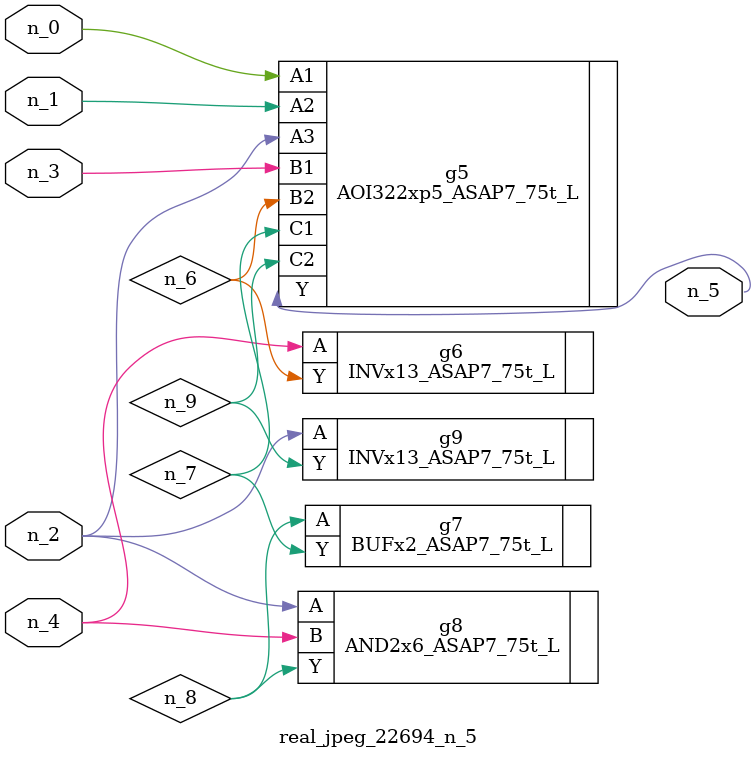
<source format=v>
module real_jpeg_22694_n_5 (n_4, n_0, n_1, n_2, n_3, n_5);

input n_4;
input n_0;
input n_1;
input n_2;
input n_3;

output n_5;

wire n_8;
wire n_6;
wire n_7;
wire n_9;

AOI322xp5_ASAP7_75t_L g5 ( 
.A1(n_0),
.A2(n_1),
.A3(n_2),
.B1(n_3),
.B2(n_6),
.C1(n_7),
.C2(n_9),
.Y(n_5)
);

AND2x6_ASAP7_75t_L g8 ( 
.A(n_2),
.B(n_4),
.Y(n_8)
);

INVx13_ASAP7_75t_L g9 ( 
.A(n_2),
.Y(n_9)
);

INVx13_ASAP7_75t_L g6 ( 
.A(n_4),
.Y(n_6)
);

BUFx2_ASAP7_75t_L g7 ( 
.A(n_8),
.Y(n_7)
);


endmodule
</source>
